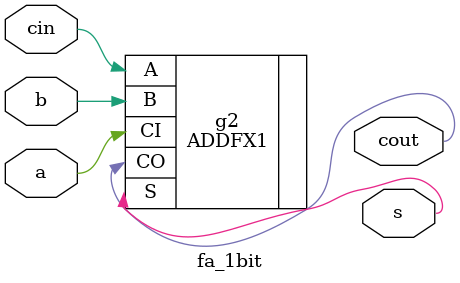
<source format=v>


// Verification Directory fv/fa_1bit 

module fa_1bit(a, b, cin, s, cout);
  input a, b, cin;
  output s, cout;
  wire a, b, cin;
  wire s, cout;
  ADDFX1 g2(.A (cin), .B (b), .CI (a), .CO (cout), .S (s));
endmodule


</source>
